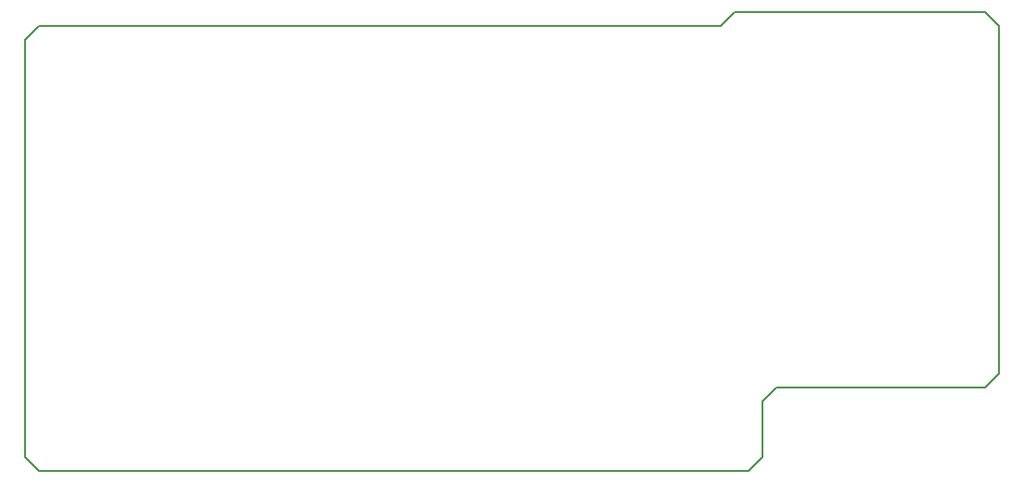
<source format=gbr>
G04 #@! TF.GenerationSoftware,KiCad,Pcbnew,5.0.0*
G04 #@! TF.CreationDate,2018-10-11T20:27:33+01:00*
G04 #@! TF.ProjectId,keyboard1,6B6579626F617264312E6B696361645F,rev?*
G04 #@! TF.SameCoordinates,Original*
G04 #@! TF.FileFunction,Profile,NP*
%FSLAX46Y46*%
G04 Gerber Fmt 4.6, Leading zero omitted, Abs format (unit mm)*
G04 Created by KiCad (PCBNEW 5.0.0) date Thu Oct 11 20:27:33 2018*
%MOMM*%
%LPD*%
G01*
G04 APERTURE LIST*
%ADD10C,0.150000*%
G04 APERTURE END LIST*
D10*
X21590000Y-21590000D02*
X20320000Y-22860000D01*
X83820000Y-21590000D02*
X21590000Y-21590000D01*
X85090000Y-20320000D02*
X83820000Y-21590000D01*
X107950000Y-20320000D02*
X85090000Y-20320000D01*
X20320000Y-60960000D02*
X20320000Y-22860000D01*
X21590000Y-62230000D02*
X20320000Y-60960000D01*
X86360000Y-62230000D02*
X21590000Y-62230000D01*
X87630000Y-60960000D02*
X86360000Y-62230000D01*
X87630000Y-55880000D02*
X87630000Y-60960000D01*
X88900000Y-54610000D02*
X87630000Y-55880000D01*
X107950000Y-54610000D02*
X88900000Y-54610000D01*
X109220000Y-53340000D02*
X107950000Y-54610000D01*
X109220000Y-21590000D02*
X109220000Y-53340000D01*
X107950000Y-20320000D02*
X109220000Y-21590000D01*
M02*

</source>
